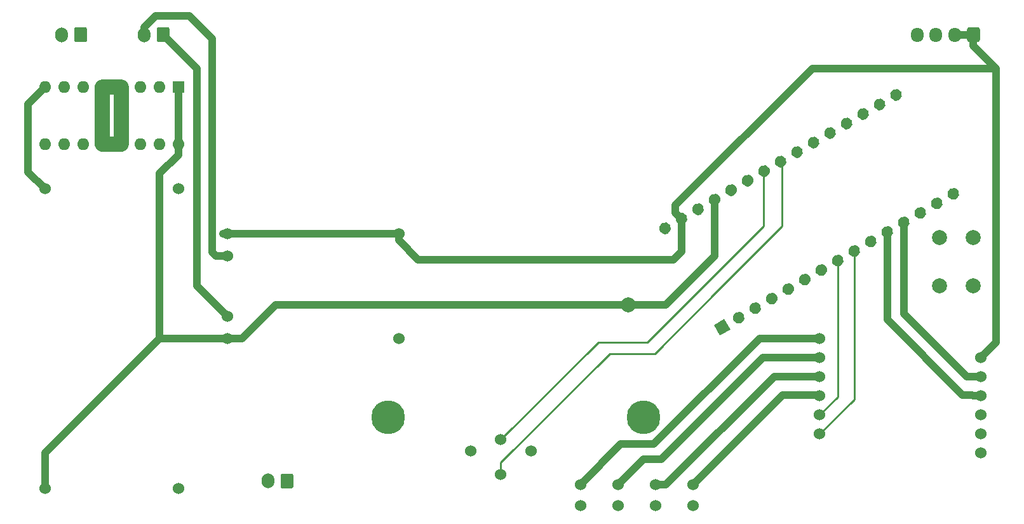
<source format=gbr>
%TF.GenerationSoftware,KiCad,Pcbnew,(5.1.10)-1*%
%TF.CreationDate,2021-05-15T16:46:53+02:00*%
%TF.ProjectId,fetap,66657461-702e-46b6-9963-61645f706362,rev?*%
%TF.SameCoordinates,Original*%
%TF.FileFunction,Copper,L1,Top*%
%TF.FilePolarity,Positive*%
%FSLAX46Y46*%
G04 Gerber Fmt 4.6, Leading zero omitted, Abs format (unit mm)*
G04 Created by KiCad (PCBNEW (5.1.10)-1) date 2021-05-15 16:46:53*
%MOMM*%
%LPD*%
G01*
G04 APERTURE LIST*
%TA.AperFunction,ComponentPad*%
%ADD10C,2.000000*%
%TD*%
%TA.AperFunction,ComponentPad*%
%ADD11C,0.100000*%
%TD*%
%TA.AperFunction,ComponentPad*%
%ADD12O,1.700000X1.950000*%
%TD*%
%TA.AperFunction,ComponentPad*%
%ADD13C,1.524000*%
%TD*%
%TA.AperFunction,ComponentPad*%
%ADD14O,1.700000X2.000000*%
%TD*%
%TA.AperFunction,ComponentPad*%
%ADD15O,1.600000X1.600000*%
%TD*%
%TA.AperFunction,ComponentPad*%
%ADD16R,1.600000X1.600000*%
%TD*%
%TA.AperFunction,ViaPad*%
%ADD17C,4.500000*%
%TD*%
%TA.AperFunction,ViaPad*%
%ADD18C,2.000000*%
%TD*%
%TA.AperFunction,Conductor*%
%ADD19C,1.000000*%
%TD*%
%TA.AperFunction,Conductor*%
%ADD20C,0.250000*%
%TD*%
%TA.AperFunction,Conductor*%
%ADD21C,2.000000*%
%TD*%
G04 APERTURE END LIST*
D10*
%TO.P,SW1,1*%
%TO.N,GND*%
X142500000Y-73000000D03*
%TO.P,SW1,2*%
%TO.N,Net-(SW1-Pad2)*%
X147000000Y-73000000D03*
%TO.P,SW1,1*%
%TO.N,GND*%
X142500000Y-79500000D03*
%TO.P,SW1,2*%
%TO.N,Net-(SW1-Pad2)*%
X147000000Y-79500000D03*
%TD*%
%TO.P,Arduino Nano,16*%
%TO.N,Net-(A1-Pad16)*%
%TA.AperFunction,ComponentPad*%
G36*
G01*
X137075863Y-54714593D02*
X137075863Y-54714593D01*
G75*
G02*
X135983043Y-54421773I-400000J692820D01*
G01*
X135983043Y-54421773D01*
G75*
G02*
X136275863Y-53328953I692820J400000D01*
G01*
X136275863Y-53328953D01*
G75*
G02*
X137368683Y-53621773I400000J-692820D01*
G01*
X137368683Y-53621773D01*
G75*
G02*
X137075863Y-54714593I-692820J-400000D01*
G01*
G37*
%TD.AperFunction*%
%TO.P,Arduino Nano,15*%
%TO.N,Net-(A1-Pad15)*%
%TA.AperFunction,ComponentPad*%
G36*
G01*
X144695863Y-67912820D02*
X144695863Y-67912820D01*
G75*
G02*
X143603043Y-67620000I-400000J692820D01*
G01*
X143603043Y-67620000D01*
G75*
G02*
X143895863Y-66527180I692820J400000D01*
G01*
X143895863Y-66527180D01*
G75*
G02*
X144988683Y-66820000I400000J-692820D01*
G01*
X144988683Y-66820000D01*
G75*
G02*
X144695863Y-67912820I-692820J-400000D01*
G01*
G37*
%TD.AperFunction*%
%TO.P,Arduino Nano,30*%
%TO.N,Net-(A1-Pad30)*%
%TA.AperFunction,ComponentPad*%
G36*
G01*
X106280000Y-72494593D02*
X106280000Y-72494593D01*
G75*
G02*
X105187180Y-72201773I-400000J692820D01*
G01*
X105187180Y-72201773D01*
G75*
G02*
X105480000Y-71108953I692820J400000D01*
G01*
X105480000Y-71108953D01*
G75*
G02*
X106572820Y-71401773I400000J-692820D01*
G01*
X106572820Y-71401773D01*
G75*
G02*
X106280000Y-72494593I-692820J-400000D01*
G01*
G37*
%TD.AperFunction*%
%TO.P,Arduino Nano,14*%
%TO.N,Net-(A1-Pad14)*%
%TA.AperFunction,ComponentPad*%
G36*
G01*
X142496159Y-69182820D02*
X142496159Y-69182820D01*
G75*
G02*
X141403339Y-68890000I-400000J692820D01*
G01*
X141403339Y-68890000D01*
G75*
G02*
X141696159Y-67797180I692820J400000D01*
G01*
X141696159Y-67797180D01*
G75*
G02*
X142788979Y-68090000I400000J-692820D01*
G01*
X142788979Y-68090000D01*
G75*
G02*
X142496159Y-69182820I-692820J-400000D01*
G01*
G37*
%TD.AperFunction*%
%TO.P,Arduino Nano,29*%
%TO.N,GND*%
%TA.AperFunction,ComponentPad*%
G36*
G01*
X108479705Y-71224593D02*
X108479705Y-71224593D01*
G75*
G02*
X107386885Y-70931773I-400000J692820D01*
G01*
X107386885Y-70931773D01*
G75*
G02*
X107679705Y-69838953I692820J400000D01*
G01*
X107679705Y-69838953D01*
G75*
G02*
X108772525Y-70131773I400000J-692820D01*
G01*
X108772525Y-70131773D01*
G75*
G02*
X108479705Y-71224593I-692820J-400000D01*
G01*
G37*
%TD.AperFunction*%
%TO.P,Arduino Nano,13*%
%TO.N,Net-(A1-Pad13)*%
%TA.AperFunction,ComponentPad*%
G36*
G01*
X140296454Y-70452820D02*
X140296454Y-70452820D01*
G75*
G02*
X139203634Y-70160000I-400000J692820D01*
G01*
X139203634Y-70160000D01*
G75*
G02*
X139496454Y-69067180I692820J400000D01*
G01*
X139496454Y-69067180D01*
G75*
G02*
X140589274Y-69360000I400000J-692820D01*
G01*
X140589274Y-69360000D01*
G75*
G02*
X140296454Y-70452820I-692820J-400000D01*
G01*
G37*
%TD.AperFunction*%
%TO.P,Arduino Nano,28*%
%TO.N,Net-(A1-Pad28)*%
%TA.AperFunction,ComponentPad*%
G36*
G01*
X110679409Y-69954593D02*
X110679409Y-69954593D01*
G75*
G02*
X109586589Y-69661773I-400000J692820D01*
G01*
X109586589Y-69661773D01*
G75*
G02*
X109879409Y-68568953I692820J400000D01*
G01*
X109879409Y-68568953D01*
G75*
G02*
X110972229Y-68861773I400000J-692820D01*
G01*
X110972229Y-68861773D01*
G75*
G02*
X110679409Y-69954593I-692820J-400000D01*
G01*
G37*
%TD.AperFunction*%
%TO.P,Arduino Nano,12*%
%TO.N,Net-(A1-Pad12)*%
%TA.AperFunction,ComponentPad*%
G36*
G01*
X138096750Y-71722820D02*
X138096750Y-71722820D01*
G75*
G02*
X137003930Y-71430000I-400000J692820D01*
G01*
X137003930Y-71430000D01*
G75*
G02*
X137296750Y-70337180I692820J400000D01*
G01*
X137296750Y-70337180D01*
G75*
G02*
X138389570Y-70630000I400000J-692820D01*
G01*
X138389570Y-70630000D01*
G75*
G02*
X138096750Y-71722820I-692820J-400000D01*
G01*
G37*
%TD.AperFunction*%
%TO.P,Arduino Nano,27*%
%TO.N,+5V*%
%TA.AperFunction,ComponentPad*%
G36*
G01*
X112879114Y-68684593D02*
X112879114Y-68684593D01*
G75*
G02*
X111786294Y-68391773I-400000J692820D01*
G01*
X111786294Y-68391773D01*
G75*
G02*
X112079114Y-67298953I692820J400000D01*
G01*
X112079114Y-67298953D01*
G75*
G02*
X113171934Y-67591773I400000J-692820D01*
G01*
X113171934Y-67591773D01*
G75*
G02*
X112879114Y-68684593I-692820J-400000D01*
G01*
G37*
%TD.AperFunction*%
%TO.P,Arduino Nano,11*%
%TO.N,Net-(A1-Pad11)*%
%TA.AperFunction,ComponentPad*%
G36*
G01*
X135897045Y-72992820D02*
X135897045Y-72992820D01*
G75*
G02*
X134804225Y-72700000I-400000J692820D01*
G01*
X134804225Y-72700000D01*
G75*
G02*
X135097045Y-71607180I692820J400000D01*
G01*
X135097045Y-71607180D01*
G75*
G02*
X136189865Y-71900000I400000J-692820D01*
G01*
X136189865Y-71900000D01*
G75*
G02*
X135897045Y-72992820I-692820J-400000D01*
G01*
G37*
%TD.AperFunction*%
%TO.P,Arduino Nano,26*%
%TO.N,Net-(A1-Pad26)*%
%TA.AperFunction,ComponentPad*%
G36*
G01*
X115078818Y-67414593D02*
X115078818Y-67414593D01*
G75*
G02*
X113985998Y-67121773I-400000J692820D01*
G01*
X113985998Y-67121773D01*
G75*
G02*
X114278818Y-66028953I692820J400000D01*
G01*
X114278818Y-66028953D01*
G75*
G02*
X115371638Y-66321773I400000J-692820D01*
G01*
X115371638Y-66321773D01*
G75*
G02*
X115078818Y-67414593I-692820J-400000D01*
G01*
G37*
%TD.AperFunction*%
%TO.P,Arduino Nano,10*%
%TO.N,Net-(A1-Pad10)*%
%TA.AperFunction,ComponentPad*%
G36*
G01*
X133697341Y-74262820D02*
X133697341Y-74262820D01*
G75*
G02*
X132604521Y-73970000I-400000J692820D01*
G01*
X132604521Y-73970000D01*
G75*
G02*
X132897341Y-72877180I692820J400000D01*
G01*
X132897341Y-72877180D01*
G75*
G02*
X133990161Y-73170000I400000J-692820D01*
G01*
X133990161Y-73170000D01*
G75*
G02*
X133697341Y-74262820I-692820J-400000D01*
G01*
G37*
%TD.AperFunction*%
%TO.P,Arduino Nano,25*%
%TO.N,Net-(A1-Pad25)*%
%TA.AperFunction,ComponentPad*%
G36*
G01*
X117278523Y-66144593D02*
X117278523Y-66144593D01*
G75*
G02*
X116185703Y-65851773I-400000J692820D01*
G01*
X116185703Y-65851773D01*
G75*
G02*
X116478523Y-64758953I692820J400000D01*
G01*
X116478523Y-64758953D01*
G75*
G02*
X117571343Y-65051773I400000J-692820D01*
G01*
X117571343Y-65051773D01*
G75*
G02*
X117278523Y-66144593I-692820J-400000D01*
G01*
G37*
%TD.AperFunction*%
%TO.P,Arduino Nano,9*%
%TO.N,Net-(A1-Pad9)*%
%TA.AperFunction,ComponentPad*%
G36*
G01*
X131497636Y-75532820D02*
X131497636Y-75532820D01*
G75*
G02*
X130404816Y-75240000I-400000J692820D01*
G01*
X130404816Y-75240000D01*
G75*
G02*
X130697636Y-74147180I692820J400000D01*
G01*
X130697636Y-74147180D01*
G75*
G02*
X131790456Y-74440000I400000J-692820D01*
G01*
X131790456Y-74440000D01*
G75*
G02*
X131497636Y-75532820I-692820J-400000D01*
G01*
G37*
%TD.AperFunction*%
%TO.P,Arduino Nano,24*%
%TO.N,Net-(A1-Pad24)*%
%TA.AperFunction,ComponentPad*%
G36*
G01*
X119478227Y-64874593D02*
X119478227Y-64874593D01*
G75*
G02*
X118385407Y-64581773I-400000J692820D01*
G01*
X118385407Y-64581773D01*
G75*
G02*
X118678227Y-63488953I692820J400000D01*
G01*
X118678227Y-63488953D01*
G75*
G02*
X119771047Y-63781773I400000J-692820D01*
G01*
X119771047Y-63781773D01*
G75*
G02*
X119478227Y-64874593I-692820J-400000D01*
G01*
G37*
%TD.AperFunction*%
%TO.P,Arduino Nano,8*%
%TO.N,Net-(A1-Pad8)*%
%TA.AperFunction,ComponentPad*%
G36*
G01*
X129297932Y-76802820D02*
X129297932Y-76802820D01*
G75*
G02*
X128205112Y-76510000I-400000J692820D01*
G01*
X128205112Y-76510000D01*
G75*
G02*
X128497932Y-75417180I692820J400000D01*
G01*
X128497932Y-75417180D01*
G75*
G02*
X129590752Y-75710000I400000J-692820D01*
G01*
X129590752Y-75710000D01*
G75*
G02*
X129297932Y-76802820I-692820J-400000D01*
G01*
G37*
%TD.AperFunction*%
%TO.P,Arduino Nano,23*%
%TO.N,Net-(A1-Pad23)*%
%TA.AperFunction,ComponentPad*%
G36*
G01*
X121677932Y-63604593D02*
X121677932Y-63604593D01*
G75*
G02*
X120585112Y-63311773I-400000J692820D01*
G01*
X120585112Y-63311773D01*
G75*
G02*
X120877932Y-62218953I692820J400000D01*
G01*
X120877932Y-62218953D01*
G75*
G02*
X121970752Y-62511773I400000J-692820D01*
G01*
X121970752Y-62511773D01*
G75*
G02*
X121677932Y-63604593I-692820J-400000D01*
G01*
G37*
%TD.AperFunction*%
%TO.P,Arduino Nano,7*%
%TO.N,Net-(A1-Pad7)*%
%TA.AperFunction,ComponentPad*%
G36*
G01*
X127098227Y-78072820D02*
X127098227Y-78072820D01*
G75*
G02*
X126005407Y-77780000I-400000J692820D01*
G01*
X126005407Y-77780000D01*
G75*
G02*
X126298227Y-76687180I692820J400000D01*
G01*
X126298227Y-76687180D01*
G75*
G02*
X127391047Y-76980000I400000J-692820D01*
G01*
X127391047Y-76980000D01*
G75*
G02*
X127098227Y-78072820I-692820J-400000D01*
G01*
G37*
%TD.AperFunction*%
%TO.P,Arduino Nano,22*%
%TO.N,Net-(A1-Pad22)*%
%TA.AperFunction,ComponentPad*%
G36*
G01*
X123877636Y-62334593D02*
X123877636Y-62334593D01*
G75*
G02*
X122784816Y-62041773I-400000J692820D01*
G01*
X122784816Y-62041773D01*
G75*
G02*
X123077636Y-60948953I692820J400000D01*
G01*
X123077636Y-60948953D01*
G75*
G02*
X124170456Y-61241773I400000J-692820D01*
G01*
X124170456Y-61241773D01*
G75*
G02*
X123877636Y-62334593I-692820J-400000D01*
G01*
G37*
%TD.AperFunction*%
%TO.P,Arduino Nano,6*%
%TO.N,Net-(A1-Pad6)*%
%TA.AperFunction,ComponentPad*%
G36*
G01*
X124898523Y-79342820D02*
X124898523Y-79342820D01*
G75*
G02*
X123805703Y-79050000I-400000J692820D01*
G01*
X123805703Y-79050000D01*
G75*
G02*
X124098523Y-77957180I692820J400000D01*
G01*
X124098523Y-77957180D01*
G75*
G02*
X125191343Y-78250000I400000J-692820D01*
G01*
X125191343Y-78250000D01*
G75*
G02*
X124898523Y-79342820I-692820J-400000D01*
G01*
G37*
%TD.AperFunction*%
%TO.P,Arduino Nano,21*%
%TO.N,Net-(A1-Pad21)*%
%TA.AperFunction,ComponentPad*%
G36*
G01*
X126077341Y-61064593D02*
X126077341Y-61064593D01*
G75*
G02*
X124984521Y-60771773I-400000J692820D01*
G01*
X124984521Y-60771773D01*
G75*
G02*
X125277341Y-59678953I692820J400000D01*
G01*
X125277341Y-59678953D01*
G75*
G02*
X126370161Y-59971773I400000J-692820D01*
G01*
X126370161Y-59971773D01*
G75*
G02*
X126077341Y-61064593I-692820J-400000D01*
G01*
G37*
%TD.AperFunction*%
%TO.P,Arduino Nano,5*%
%TO.N,Net-(A1-Pad5)*%
%TA.AperFunction,ComponentPad*%
G36*
G01*
X122698818Y-80612820D02*
X122698818Y-80612820D01*
G75*
G02*
X121605998Y-80320000I-400000J692820D01*
G01*
X121605998Y-80320000D01*
G75*
G02*
X121898818Y-79227180I692820J400000D01*
G01*
X121898818Y-79227180D01*
G75*
G02*
X122991638Y-79520000I400000J-692820D01*
G01*
X122991638Y-79520000D01*
G75*
G02*
X122698818Y-80612820I-692820J-400000D01*
G01*
G37*
%TD.AperFunction*%
%TO.P,Arduino Nano,20*%
%TO.N,Net-(A1-Pad20)*%
%TA.AperFunction,ComponentPad*%
G36*
G01*
X128277045Y-59794593D02*
X128277045Y-59794593D01*
G75*
G02*
X127184225Y-59501773I-400000J692820D01*
G01*
X127184225Y-59501773D01*
G75*
G02*
X127477045Y-58408953I692820J400000D01*
G01*
X127477045Y-58408953D01*
G75*
G02*
X128569865Y-58701773I400000J-692820D01*
G01*
X128569865Y-58701773D01*
G75*
G02*
X128277045Y-59794593I-692820J-400000D01*
G01*
G37*
%TD.AperFunction*%
%TO.P,Arduino Nano,4*%
%TO.N,GND*%
%TA.AperFunction,ComponentPad*%
G36*
G01*
X120499114Y-81882820D02*
X120499114Y-81882820D01*
G75*
G02*
X119406294Y-81590000I-400000J692820D01*
G01*
X119406294Y-81590000D01*
G75*
G02*
X119699114Y-80497180I692820J400000D01*
G01*
X119699114Y-80497180D01*
G75*
G02*
X120791934Y-80790000I400000J-692820D01*
G01*
X120791934Y-80790000D01*
G75*
G02*
X120499114Y-81882820I-692820J-400000D01*
G01*
G37*
%TD.AperFunction*%
%TO.P,Arduino Nano,19*%
%TO.N,Net-(A1-Pad19)*%
%TA.AperFunction,ComponentPad*%
G36*
G01*
X130476750Y-58524593D02*
X130476750Y-58524593D01*
G75*
G02*
X129383930Y-58231773I-400000J692820D01*
G01*
X129383930Y-58231773D01*
G75*
G02*
X129676750Y-57138953I692820J400000D01*
G01*
X129676750Y-57138953D01*
G75*
G02*
X130769570Y-57431773I400000J-692820D01*
G01*
X130769570Y-57431773D01*
G75*
G02*
X130476750Y-58524593I-692820J-400000D01*
G01*
G37*
%TD.AperFunction*%
%TO.P,Arduino Nano,3*%
%TO.N,Net-(A1-Pad3)*%
%TA.AperFunction,ComponentPad*%
G36*
G01*
X118299409Y-83152820D02*
X118299409Y-83152820D01*
G75*
G02*
X117206589Y-82860000I-400000J692820D01*
G01*
X117206589Y-82860000D01*
G75*
G02*
X117499409Y-81767180I692820J400000D01*
G01*
X117499409Y-81767180D01*
G75*
G02*
X118592229Y-82060000I400000J-692820D01*
G01*
X118592229Y-82060000D01*
G75*
G02*
X118299409Y-83152820I-692820J-400000D01*
G01*
G37*
%TD.AperFunction*%
%TO.P,Arduino Nano,18*%
%TO.N,Net-(A1-Pad18)*%
%TA.AperFunction,ComponentPad*%
G36*
G01*
X132676454Y-57254593D02*
X132676454Y-57254593D01*
G75*
G02*
X131583634Y-56961773I-400000J692820D01*
G01*
X131583634Y-56961773D01*
G75*
G02*
X131876454Y-55868953I692820J400000D01*
G01*
X131876454Y-55868953D01*
G75*
G02*
X132969274Y-56161773I400000J-692820D01*
G01*
X132969274Y-56161773D01*
G75*
G02*
X132676454Y-57254593I-692820J-400000D01*
G01*
G37*
%TD.AperFunction*%
%TO.P,Arduino Nano,2*%
%TO.N,Net-(A1-Pad2)*%
%TA.AperFunction,ComponentPad*%
G36*
G01*
X116099705Y-84422820D02*
X116099705Y-84422820D01*
G75*
G02*
X115006885Y-84130000I-400000J692820D01*
G01*
X115006885Y-84130000D01*
G75*
G02*
X115299705Y-83037180I692820J400000D01*
G01*
X115299705Y-83037180D01*
G75*
G02*
X116392525Y-83330000I400000J-692820D01*
G01*
X116392525Y-83330000D01*
G75*
G02*
X116099705Y-84422820I-692820J-400000D01*
G01*
G37*
%TD.AperFunction*%
%TO.P,Arduino Nano,17*%
%TO.N,Net-(A1-Pad17)*%
%TA.AperFunction,ComponentPad*%
G36*
G01*
X134876159Y-55984593D02*
X134876159Y-55984593D01*
G75*
G02*
X133783339Y-55691773I-400000J692820D01*
G01*
X133783339Y-55691773D01*
G75*
G02*
X134076159Y-54598953I692820J400000D01*
G01*
X134076159Y-54598953D01*
G75*
G02*
X135168979Y-54891773I400000J-692820D01*
G01*
X135168979Y-54891773D01*
G75*
G02*
X134876159Y-55984593I-692820J-400000D01*
G01*
G37*
%TD.AperFunction*%
%TA.AperFunction,ComponentPad*%
D11*
%TO.P,Arduino Nano,1*%
%TO.N,Net-(A1-Pad1)*%
G36*
X114592820Y-85292820D02*
G01*
X113207180Y-86092820D01*
X112407180Y-84707180D01*
X113792820Y-83907180D01*
X114592820Y-85292820D01*
G37*
%TD.AperFunction*%
%TD*%
D12*
%TO.P,Dial1,4*%
%TO.N,Net-(A1-Pad5)*%
X139500000Y-46000000D03*
%TO.P,Dial1,3*%
%TO.N,Net-(A1-Pad6)*%
X142000000Y-46000000D03*
%TO.P,Dial1,2*%
%TO.N,GND*%
X144500000Y-46000000D03*
%TO.P,Dial1,1*%
%TA.AperFunction,ComponentPad*%
G36*
G01*
X147850000Y-45275000D02*
X147850000Y-46725000D01*
G75*
G02*
X147600000Y-46975000I-250000J0D01*
G01*
X146400000Y-46975000D01*
G75*
G02*
X146150000Y-46725000I0J250000D01*
G01*
X146150000Y-45275000D01*
G75*
G02*
X146400000Y-45025000I250000J0D01*
G01*
X147600000Y-45025000D01*
G75*
G02*
X147850000Y-45275000I0J-250000D01*
G01*
G37*
%TD.AperFunction*%
%TD*%
D13*
%TO.P,TP4056 Battery Charger,6*%
%TO.N,Net-(J4-Pad2)*%
X47560000Y-75500000D03*
%TO.P,TP4056 Battery Charger,5*%
%TO.N,Net-(J4-Pad1)*%
X47560000Y-83500000D03*
%TO.P,TP4056 Battery Charger,4*%
%TO.N,GND*%
X47560000Y-72500000D03*
%TO.P,TP4056 Battery Charger,3*%
%TO.N,+5V*%
X47560000Y-86500000D03*
%TO.P,TP4056 Battery Charger,2*%
%TO.N,GND*%
X70420000Y-72500000D03*
%TO.P,TP4056 Battery Charger,1*%
%TO.N,Net-(J3-Pad1)*%
X70420000Y-86500000D03*
%TD*%
D14*
%TO.P,Battery,2*%
%TO.N,Net-(J4-Pad2)*%
X36500000Y-46000000D03*
%TO.P,Battery,1*%
%TO.N,Net-(J4-Pad1)*%
%TA.AperFunction,ComponentPad*%
G36*
G01*
X39850000Y-45250000D02*
X39850000Y-46750000D01*
G75*
G02*
X39600000Y-47000000I-250000J0D01*
G01*
X38400000Y-47000000D01*
G75*
G02*
X38150000Y-46750000I0J250000D01*
G01*
X38150000Y-45250000D01*
G75*
G02*
X38400000Y-45000000I250000J0D01*
G01*
X39600000Y-45000000D01*
G75*
G02*
X39850000Y-45250000I0J-250000D01*
G01*
G37*
%TD.AperFunction*%
%TD*%
%TO.P,Power,2*%
%TO.N,GND*%
X53000000Y-105500000D03*
%TO.P,Power,1*%
%TO.N,Net-(J3-Pad1)*%
%TA.AperFunction,ComponentPad*%
G36*
G01*
X56350000Y-104750000D02*
X56350000Y-106250000D01*
G75*
G02*
X56100000Y-106500000I-250000J0D01*
G01*
X54900000Y-106500000D01*
G75*
G02*
X54650000Y-106250000I0J250000D01*
G01*
X54650000Y-104750000D01*
G75*
G02*
X54900000Y-104500000I250000J0D01*
G01*
X56100000Y-104500000D01*
G75*
G02*
X56350000Y-104750000I0J-250000D01*
G01*
G37*
%TD.AperFunction*%
%TD*%
D13*
%TO.P,U4,4*%
%TO.N,GND*%
X41000000Y-66500000D03*
%TO.P,U4,3*%
%TO.N,Net-(U2-Pad8)*%
X23220000Y-66500000D03*
%TO.P,U4,2*%
%TO.N,GND*%
X41000000Y-106500000D03*
%TO.P,U4,1*%
%TO.N,+5V*%
X23220000Y-106500000D03*
%TD*%
%TO.P,sim800l,12*%
%TO.N,Net-(A1-Pad9)*%
X126500000Y-99200000D03*
%TO.P,sim800l,11*%
%TO.N,Net-(A1-Pad8)*%
X126500000Y-96660000D03*
%TO.P,sim800l,10*%
%TO.N,Net-(U1-Pad10)*%
X126500000Y-94120000D03*
%TO.P,sim800l,9*%
%TO.N,Net-(U1-Pad9)*%
X126500000Y-91580000D03*
%TO.P,sim800l,8*%
%TO.N,Net-(U1-Pad8)*%
X126500000Y-89040000D03*
%TO.P,sim800l,7*%
%TO.N,Net-(U1-Pad7)*%
X126500000Y-86500000D03*
%TO.P,sim800l,6*%
%TO.N,GND*%
X148000000Y-89040000D03*
%TO.P,sim800l,5*%
%TO.N,Net-(A1-Pad12)*%
X148000000Y-91580000D03*
%TO.P,sim800l,4*%
%TO.N,Net-(A1-Pad11)*%
X148000000Y-94120000D03*
%TO.P,sim800l,3*%
%TO.N,Net-(SW1-Pad2)*%
X148000000Y-96660000D03*
%TO.P,sim800l,2*%
%TO.N,+5V*%
X148000000Y-99200000D03*
%TO.P,sim800l,1*%
%TO.N,Net-(U1-Pad1)*%
X148000000Y-101740000D03*
%TD*%
D14*
%TO.P,Bell,2*%
%TO.N,Net-(J1-Pad2)*%
X25500000Y-46000000D03*
%TO.P,Bell,1*%
%TO.N,Net-(J1-Pad1)*%
%TA.AperFunction,ComponentPad*%
G36*
G01*
X28850000Y-45250000D02*
X28850000Y-46750000D01*
G75*
G02*
X28600000Y-47000000I-250000J0D01*
G01*
X27400000Y-47000000D01*
G75*
G02*
X27150000Y-46750000I0J250000D01*
G01*
X27150000Y-45250000D01*
G75*
G02*
X27400000Y-45000000I250000J0D01*
G01*
X28600000Y-45000000D01*
G75*
G02*
X28850000Y-45250000I0J-250000D01*
G01*
G37*
%TD.AperFunction*%
%TD*%
D13*
%TO.P,Hook,4*%
%TO.N,N/C*%
X80000000Y-101500000D03*
%TO.P,Hook,3*%
%TO.N,Net-(A1-Pad24)*%
X84000000Y-100000000D03*
%TO.P,Hook,2*%
%TO.N,GND*%
X88000000Y-101500000D03*
%TO.P,Hook,1*%
%TO.N,Net-(A1-Pad23)*%
X84000000Y-104600000D03*
%TD*%
%TO.P,U3,1*%
%TO.N,Net-(U1-Pad10)*%
X109600000Y-106000000D03*
%TO.P,U3,2*%
%TO.N,Net-(U1-Pad9)*%
X104600000Y-106000000D03*
%TO.P,U3,3*%
%TO.N,Net-(U1-Pad8)*%
X99600000Y-106000000D03*
%TO.P,U3,4*%
%TO.N,Net-(U1-Pad7)*%
X94600000Y-106000000D03*
%TO.P,U3,5*%
%TO.N,N/C*%
X109600000Y-108800000D03*
%TO.P,U3,6*%
X104600000Y-108800000D03*
%TO.P,U3,7*%
X99600000Y-108800000D03*
%TO.P,U3,8*%
X94600000Y-108800000D03*
%TD*%
D15*
%TO.P,U2,16*%
%TO.N,+5V*%
X41000000Y-60620000D03*
%TO.P,U2,8*%
%TO.N,Net-(U2-Pad8)*%
X23220000Y-53000000D03*
%TO.P,U2,15*%
%TO.N,Net-(U2-Pad15)*%
X38460000Y-60620000D03*
%TO.P,U2,7*%
%TO.N,Net-(A1-Pad25)*%
X25760000Y-53000000D03*
%TO.P,U2,14*%
%TO.N,Net-(U2-Pad14)*%
X35920000Y-60620000D03*
%TO.P,U2,6*%
%TO.N,Net-(J1-Pad2)*%
X28300000Y-53000000D03*
%TO.P,U2,13*%
%TO.N,GND*%
X33380000Y-60620000D03*
%TO.P,U2,5*%
X30840000Y-53000000D03*
%TO.P,U2,12*%
X30840000Y-60620000D03*
%TO.P,U2,4*%
X33380000Y-53000000D03*
%TO.P,U2,11*%
%TO.N,Net-(U2-Pad11)*%
X28300000Y-60620000D03*
%TO.P,U2,3*%
%TO.N,Net-(J1-Pad1)*%
X35920000Y-53000000D03*
%TO.P,U2,10*%
%TO.N,Net-(U2-Pad10)*%
X25760000Y-60620000D03*
%TO.P,U2,2*%
%TO.N,Net-(A1-Pad26)*%
X38460000Y-53000000D03*
%TO.P,U2,9*%
%TO.N,GND*%
X23220000Y-60620000D03*
D16*
%TO.P,U2,1*%
%TO.N,+5V*%
X41000000Y-53000000D03*
%TD*%
D17*
%TO.N,*%
X69000000Y-97000000D03*
X103000000Y-97000000D03*
D18*
%TO.N,+5V*%
X101000000Y-82000000D03*
%TD*%
D19*
%TO.N,Net-(U2-Pad8)*%
X23220000Y-66500000D02*
X21000000Y-64280000D01*
X21000000Y-55220000D02*
X23220000Y-53000000D01*
X21000000Y-64280000D02*
X21000000Y-55220000D01*
D20*
%TO.N,Net-(U1-Pad10)*%
X126120000Y-94500000D02*
X126500000Y-94120000D01*
D19*
X109600000Y-106000000D02*
X121600000Y-94000000D01*
X126380000Y-94000000D02*
X126500000Y-94120000D01*
X121600000Y-94000000D02*
X126380000Y-94000000D01*
%TO.N,Net-(U1-Pad9)*%
X104600000Y-106000000D02*
X106000000Y-106000000D01*
X120420000Y-91580000D02*
X126500000Y-91580000D01*
X106000000Y-106000000D02*
X120420000Y-91580000D01*
%TO.N,Net-(U1-Pad8)*%
X99600000Y-106000000D02*
X103000000Y-102600000D01*
X103000000Y-102600000D02*
X105400000Y-102600000D01*
X118960000Y-89040000D02*
X126500000Y-89040000D01*
X105400000Y-102600000D02*
X118960000Y-89040000D01*
%TO.N,Net-(U1-Pad7)*%
X94600000Y-106000000D02*
X100000000Y-100600000D01*
X100000000Y-100600000D02*
X104400000Y-100600000D01*
X118500000Y-86500000D02*
X126500000Y-86500000D01*
X104400000Y-100600000D02*
X118500000Y-86500000D01*
%TO.N,Net-(A1-Pad12)*%
X148000000Y-91580000D02*
X146080000Y-91580000D01*
X137696750Y-83196750D02*
X137696750Y-71030000D01*
X146080000Y-91580000D02*
X137696750Y-83196750D01*
%TO.N,Net-(A1-Pad11)*%
X146922370Y-94120000D02*
X146802370Y-94000000D01*
X148000000Y-94120000D02*
X146922370Y-94120000D01*
X146802370Y-94000000D02*
X145500000Y-94000000D01*
X135497045Y-83997045D02*
X135497045Y-72300000D01*
X145500000Y-94000000D02*
X135497045Y-83997045D01*
D20*
%TO.N,Net-(A1-Pad9)*%
X131097636Y-94602364D02*
X131097636Y-74840000D01*
X126500000Y-99200000D02*
X131097636Y-94602364D01*
%TO.N,Net-(A1-Pad24)*%
X103500000Y-87000000D02*
X113000000Y-77500000D01*
X97000000Y-87000000D02*
X103500000Y-87000000D01*
X84000000Y-100000000D02*
X97000000Y-87000000D01*
X113000000Y-77500000D02*
X119000000Y-71500000D01*
X119000000Y-71500000D02*
X119000000Y-64000000D01*
%TO.N,Net-(A1-Pad8)*%
X128897932Y-94262068D02*
X128897932Y-76110000D01*
X126500000Y-96660000D02*
X128897932Y-94262068D01*
%TO.N,Net-(A1-Pad23)*%
X84000000Y-104600000D02*
X84000000Y-103000000D01*
X84000000Y-103000000D02*
X98500000Y-88500000D01*
X98500000Y-88500000D02*
X104500000Y-88500000D01*
X104500000Y-88500000D02*
X113080000Y-79920000D01*
X113080000Y-79920000D02*
X121000000Y-72000000D01*
X121000000Y-72000000D02*
X121500000Y-71500000D01*
X121500000Y-71500000D02*
X121500000Y-63000000D01*
D19*
%TO.N,GND*%
X33380000Y-60120000D02*
X33380000Y-60620000D01*
D21*
X30840000Y-60620000D02*
X30840000Y-53000000D01*
X33380000Y-53000000D02*
X33380000Y-60620000D01*
X30840000Y-53000000D02*
X33380000Y-53000000D01*
X30840000Y-60620000D02*
X33380000Y-60620000D01*
D19*
X47560000Y-72500000D02*
X47000000Y-72500000D01*
X108079705Y-70531773D02*
X108079705Y-74920295D01*
X108079705Y-74920295D02*
X107000000Y-76000000D01*
X107000000Y-76000000D02*
X73000000Y-76000000D01*
X70420000Y-73420000D02*
X70420000Y-72500000D01*
X73000000Y-76000000D02*
X70420000Y-73420000D01*
X47560000Y-72500000D02*
X70420000Y-72500000D01*
X107279706Y-69731774D02*
X107279706Y-68720294D01*
X108079705Y-70531773D02*
X107279706Y-69731774D01*
X107279706Y-68720294D02*
X125500000Y-50500000D01*
X125500000Y-50500000D02*
X150000000Y-50500000D01*
X150000000Y-87040000D02*
X148000000Y-89040000D01*
X150000000Y-50500000D02*
X150000000Y-87040000D01*
X144500000Y-46000000D02*
X147000000Y-46000000D01*
X147000000Y-47500000D02*
X150000000Y-50500000D01*
X147000000Y-46000000D02*
X147000000Y-47500000D01*
%TO.N,+5V*%
X38500000Y-86500000D02*
X47560000Y-86500000D01*
X23220000Y-101780000D02*
X38500000Y-86500000D01*
X23220000Y-106500000D02*
X23220000Y-101780000D01*
X112479114Y-67991773D02*
X112479114Y-75520886D01*
X112479114Y-75520886D02*
X106000000Y-82000000D01*
X106000000Y-82000000D02*
X101000000Y-82000000D01*
X49500000Y-86500000D02*
X47560000Y-86500000D01*
X54000000Y-82000000D02*
X49500000Y-86500000D01*
X101000000Y-82000000D02*
X54000000Y-82000000D01*
X41000000Y-60620000D02*
X41000000Y-62000000D01*
X38500000Y-64500000D02*
X38500000Y-86500000D01*
X41000000Y-62000000D02*
X38500000Y-64500000D01*
X41000000Y-53000000D02*
X41000000Y-60500000D01*
%TO.N,Net-(J4-Pad1)*%
X47560000Y-83500000D02*
X43500000Y-79440000D01*
X43500000Y-50500000D02*
X39000000Y-46000000D01*
X43500000Y-79440000D02*
X43500000Y-50500000D01*
%TO.N,Net-(J4-Pad2)*%
X47560000Y-75500000D02*
X46000000Y-75500000D01*
X46000000Y-75500000D02*
X45500000Y-75000000D01*
X45500000Y-75000000D02*
X45500000Y-46500000D01*
X45500000Y-46500000D02*
X42500000Y-43500000D01*
X42500000Y-43500000D02*
X38000000Y-43500000D01*
X36500000Y-45000000D02*
X38000000Y-43500000D01*
X36500000Y-46000000D02*
X36500000Y-45000000D01*
%TD*%
M02*

</source>
